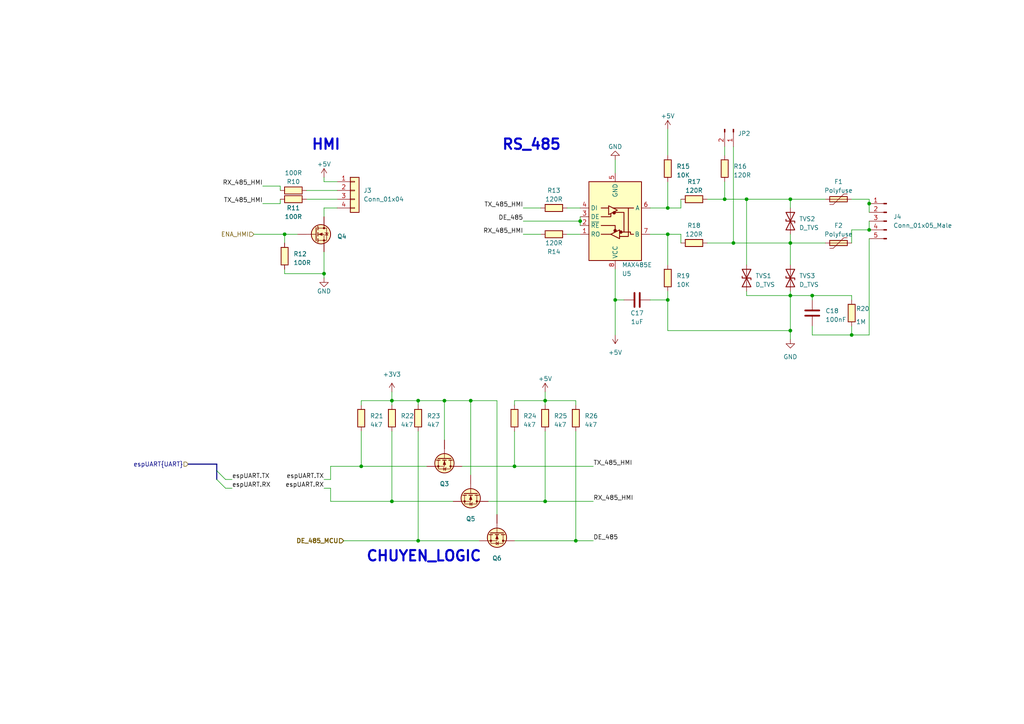
<source format=kicad_sch>
(kicad_sch (version 20230121) (generator eeschema)
  (paper "A4")
  (lib_symbols
    (symbol "IVS_SYMBOLS:C" (pin_numbers hide) (pin_names (offset 0.254))
      (property "Reference" "C" (at 0.635 2.54 0))
      (property "Value" "C" (at 0.635 -2.54 0))
      (symbol "C_0_1"
        (polyline (pts (xy -2.032 -0.762) (xy 2.032 -0.762)) (stroke (width 0.508)))
        (polyline (pts (xy -2.032 0.762) (xy 2.032 0.762)) (stroke (width 0.508)))
      )
      (symbol "C_1_1"
        (pin passive line (at 0 3.81 270) (length 2.794) (name "~") (number "1"))
        (pin passive line (at 0 -3.81 90) (length 2.794) (name "~") (number "2"))
      )
    )
    (symbol "IVS_SYMBOLS:Conn_01x02_Male" (pin_names (offset 1.016) hide)
      (property "Reference" "J" (at 0 2.54 0))
      (property "Value" "Conn_01x02_Male" (at 0 -5.08 0))
      (symbol "Conn_01x02_Male_1_1"
        (polyline (pts (xy 1.27 -2.54) (xy 0.8636 -2.54)) (stroke (width 0.1524)))
        (polyline (pts (xy 1.27 0) (xy 0.8636 0)) (stroke (width 0.1524)))
        (rectangle (start 0.8636 -2.413) (end 0 -2.667) (stroke (width 0.1524)) (fill (type outline)))
        (rectangle (start 0.8636 0.127) (end 0 -0.127) (stroke (width 0.1524)) (fill (type outline)))
        (pin passive line (at 5.08 0 180) (length 3.81) (name "Pin_1") (number "1"))
        (pin passive line (at 5.08 -2.54 180) (length 3.81) (name "Pin_2") (number "2"))
      )
    )
    (symbol "IVS_SYMBOLS:Conn_01x04" (pin_names (offset 1.016) hide)
      (property "Reference" "J" (at 0 5.08 0))
      (property "Value" "Conn_01x04" (at 0 -7.62 0))
      (symbol "Conn_01x04_1_1"
        (rectangle (start -1.27 -4.953) (end 0 -5.207) (stroke (width 0.1524)))
        (rectangle (start -1.27 -2.413) (end 0 -2.667) (stroke (width 0.1524)))
        (rectangle (start -1.27 0.127) (end 0 -0.127) (stroke (width 0.1524)))
        (rectangle (start -1.27 2.667) (end 0 2.413) (stroke (width 0.1524)))
        (rectangle (start -1.27 3.81) (end 1.27 -6.35) (stroke (width 0.254)) (fill (type background)))
        (pin passive line (at -5.08 2.54 0) (length 3.81) (name "Pin_1") (number "1"))
        (pin passive line (at -5.08 0 0) (length 3.81) (name "Pin_2") (number "2"))
        (pin passive line (at -5.08 -2.54 0) (length 3.81) (name "Pin_3") (number "3"))
        (pin passive line (at -5.08 -5.08 0) (length 3.81) (name "Pin_4") (number "4"))
      )
    )
    (symbol "IVS_SYMBOLS:Conn_01x05_Male" (pin_names (offset 1.016) hide)
      (property "Reference" "J" (at 0 7.62 0))
      (property "Value" "Conn_01x05_Male" (at 0 -7.62 0))
      (symbol "Conn_01x05_Male_1_1"
        (polyline (pts (xy 1.27 -5.08) (xy 0.8636 -5.08)) (stroke (width 0.1524)))
        (polyline (pts (xy 1.27 -2.54) (xy 0.8636 -2.54)) (stroke (width 0.1524)))
        (polyline (pts (xy 1.27 0) (xy 0.8636 0)) (stroke (width 0.1524)))
        (polyline (pts (xy 1.27 2.54) (xy 0.8636 2.54)) (stroke (width 0.1524)))
        (polyline (pts (xy 1.27 5.08) (xy 0.8636 5.08)) (stroke (width 0.1524)))
        (rectangle (start 0.8636 -4.953) (end 0 -5.207) (stroke (width 0.1524)) (fill (type outline)))
        (rectangle (start 0.8636 -2.413) (end 0 -2.667) (stroke (width 0.1524)) (fill (type outline)))
        (rectangle (start 0.8636 0.127) (end 0 -0.127) (stroke (width 0.1524)) (fill (type outline)))
        (rectangle (start 0.8636 2.667) (end 0 2.413) (stroke (width 0.1524)) (fill (type outline)))
        (rectangle (start 0.8636 5.207) (end 0 4.953) (stroke (width 0.1524)) (fill (type outline)))
        (pin passive line (at 5.08 5.08 180) (length 3.81) (name "Pin_1") (number "1"))
        (pin passive line (at 5.08 2.54 180) (length 3.81) (name "Pin_2") (number "2"))
        (pin passive line (at 5.08 0 180) (length 3.81) (name "Pin_3") (number "3"))
        (pin passive line (at 5.08 -2.54 180) (length 3.81) (name "Pin_4") (number "4"))
        (pin passive line (at 5.08 -5.08 180) (length 3.81) (name "Pin_5") (number "5"))
      )
    )
    (symbol "IVS_SYMBOLS:D_TVS" (pin_numbers hide) (pin_names (offset 1.016) hide)
      (property "Reference" "D" (at 0 2.54 0))
      (property "Value" "D_TVS" (at 0 -2.54 0))
      (symbol "D_TVS_0_1"
        (polyline (pts (xy 1.27 0) (xy -1.27 0)))
        (polyline (pts (xy 0.508 1.27) (xy 0 1.27) (xy 0 -1.27) (xy -0.508 -1.27)) (stroke (width 0.254)))
        (polyline (pts (xy -2.54 1.27) (xy -2.54 -1.27) (xy 2.54 1.27) (xy 2.54 -1.27) (xy -2.54 1.27)) (stroke (width 0.254)))
      )
      (symbol "D_TVS_1_1"
        (pin passive line (at -3.81 0 0) (length 2.54) (name "A1") (number "1"))
        (pin passive line (at 3.81 0 180) (length 2.54) (name "A2") (number "2"))
      )
    )
    (symbol "IVS_SYMBOLS:N_Mosfet" (pin_numbers hide) (pin_names hide)
      (property "Reference" "Q" (at 2.794 1.2192 0))
      (symbol "N_Mosfet_0_1"
        (circle (center -0.889 0) (radius 2.794) (stroke (width 0.254)) (fill (type background)))
        (circle (center 0 -1.778) (radius 0.254) (fill (type outline)))
        (polyline (pts (xy -2.286 0) (xy -5.08 0)))
        (polyline (pts (xy -2.286 1.905) (xy -2.286 -1.905)) (stroke (width 0.254)))
        (polyline (pts (xy -1.778 -1.27) (xy -1.778 -2.286)) (stroke (width 0.254)))
        (polyline (pts (xy -1.778 0.508) (xy -1.778 -0.508)) (stroke (width 0.254)))
        (polyline (pts (xy -1.778 2.286) (xy -1.778 1.27)) (stroke (width 0.254)))
        (polyline (pts (xy 0 2.54) (xy 0 1.778)))
        (polyline (pts (xy 0 -2.54) (xy 0 0) (xy -1.778 0)))
        (polyline (pts (xy -1.778 -1.778) (xy 0.762 -1.778) (xy 0.762 1.778) (xy -1.778 1.778)))
        (polyline (pts (xy -1.524 0) (xy -0.508 0.381) (xy -0.508 -0.381) (xy -1.524 0)) (fill (type outline)))
        (polyline (pts (xy 0.254 0.508) (xy 0.381 0.381) (xy 1.143 0.381) (xy 1.27 0.254)))
        (polyline (pts (xy 0.762 0.381) (xy 0.381 -0.254) (xy 1.143 -0.254) (xy 0.762 0.381)))
        (circle (center 0 1.778) (radius 0.254) (fill (type outline)))
      )
      (symbol "N_Mosfet_1_1"
        (pin input line (at -7.62 0 0) (length 2.54) (name "G") (number "1"))
        (pin passive line (at 0 -5.08 90) (length 2.54) (name "S") (number "2"))
        (pin passive line (at 0 5.08 270) (length 2.54) (name "D") (number "3"))
      )
    )
    (symbol "IVS_SYMBOLS:Polyfuse" (pin_numbers hide) (pin_names (offset 0))
      (property "Reference" "F" (at -2.54 0 90))
      (property "Value" "Polyfuse" (at 2.54 0 90))
      (symbol "Polyfuse_0_1"
        (polyline (pts (xy 0 2.54) (xy 0 -2.54)))
        (polyline (pts (xy -1.524 2.54) (xy -1.524 1.524) (xy 1.524 -1.524) (xy 1.524 -2.54)))
      )
      (symbol "Polyfuse_1_1"
        (rectangle (start -0.762 2.54) (end 0.762 -2.54) (stroke (width 0.254)) (fill (type background)))
        (pin passive line (at 0 3.81 270) (length 1.27) (name "~") (number "1"))
        (pin passive line (at 0 -3.81 90) (length 1.27) (name "~") (number "2"))
      )
    )
    (symbol "IVS_SYMBOLS:R" (pin_numbers hide) (pin_names (offset 0))
      (property "Reference" "R" (at 2.032 0 90))
      (property "Value" "R" (at 0 0 90))
      (symbol "R_1_1"
        (rectangle (start -1.016 2.54) (end 1.016 -2.54) (stroke (width 0.254)) (fill (type background)))
        (pin passive line (at 0 3.81 270) (length 1.27) (name "~") (number "1"))
        (pin passive line (at 0 -3.81 90) (length 1.27) (name "~") (number "2"))
      )
    )
    (symbol "Interface_UART:MAX485E"
      (property "Reference" "U" (at -6.096 11.43 0))
      (property "Value" "MAX485E" (at 0.762 11.43 0))
      (symbol "MAX485E_0_1"
        (rectangle (start -7.62 10.16) (end 7.62 -12.7) (stroke (width 0.254)) (fill (type background)))
        (circle (center -0.3048 -3.683) (radius 0.3556) (stroke (width 0.254)) (fill (type outline)))
        (circle (center -0.0254 1.4986) (radius 0.3556) (stroke (width 0.254)) (fill (type outline)))
        (polyline (pts (xy -4.064 -5.08) (xy -1.905 -5.08)) (stroke (width 0.254)))
        (polyline (pts (xy -4.064 2.54) (xy -1.27 2.54)) (stroke (width 0.254)))
        (polyline (pts (xy -1.27 -3.2004) (xy -1.27 -3.4544)) (stroke (width 0.254)))
        (polyline (pts (xy -0.635 -5.08) (xy 5.334 -5.08)) (stroke (width 0.254)))
        (polyline (pts (xy -4.064 -2.54) (xy -1.27 -2.54) (xy -1.27 -3.175)) (stroke (width 0.254)))
        (polyline (pts (xy 0 1.27) (xy 0 0) (xy -4.064 0)) (stroke (width 0.254)))
        (polyline (pts (xy 1.27 3.175) (xy 3.81 3.175) (xy 3.81 -5.08)) (stroke (width 0.254)))
        (polyline (pts (xy 2.54 1.905) (xy 2.54 -3.81) (xy 0 -3.81)) (stroke (width 0.254)))
        (polyline (pts (xy -1.905 -3.175) (xy -1.905 -5.715) (xy 0.635 -4.445) (xy -1.905 -3.175)) (stroke (width 0.254)))
        (polyline (pts (xy -1.27 2.54) (xy 1.27 3.81) (xy 1.27 1.27) (xy -1.27 2.54)) (stroke (width 0.254)))
        (polyline (pts (xy 1.905 1.905) (xy 4.445 1.905) (xy 4.445 2.54) (xy 5.334 2.54)) (stroke (width 0.254)))
        (rectangle (start 1.27 3.175) (end 1.27 3.175))
        (circle (center 1.651 1.905) (radius 0.3556) (stroke (width 0.254)) (fill (type outline)))
      )
      (symbol "MAX485E_1_1"
        (pin output line (at -10.16 2.54 0) (length 2.54) (name "RO") (number "1"))
        (pin input line (at -10.16 0 0) (length 2.54) (name "~{RE}") (number "2"))
        (pin input line (at -10.16 -2.54 0) (length 2.54) (name "DE") (number "3"))
        (pin input line (at -10.16 -5.08 0) (length 2.54) (name "DI") (number "4"))
        (pin power_in line (at 0 -15.24 90) (length 2.54) (name "GND") (number "5"))
        (pin bidirectional line (at 10.16 -5.08 180) (length 2.54) (name "A") (number "6"))
        (pin bidirectional line (at 10.16 2.54 180) (length 2.54) (name "B") (number "7"))
        (pin power_in line (at 0 12.7 270) (length 2.54) (name "VCC") (number "8"))
      )
    )
    (symbol "power:+3V3" (power) (pin_names (offset 0))
      (property "Value" "+3V3" (at 0 3.556 0))
      (symbol "+3V3_0_1"
        (polyline (pts (xy -0.762 1.27) (xy 0 2.54)))
        (polyline (pts (xy 0 0) (xy 0 2.54)))
        (polyline (pts (xy 0 2.54) (xy 0.762 1.27)))
      )
      (symbol "+3V3_1_1"
        (pin power_in line (at 0 0 90) (length 0) hide (name "+3V3") (number "1"))
      )
    )
    (symbol "power:+5V" (power) (pin_names (offset 0))
      (property "Value" "+5V" (at 0 3.556 0))
      (symbol "+5V_0_1"
        (polyline (pts (xy -0.762 1.27) (xy 0 2.54)))
        (polyline (pts (xy 0 0) (xy 0 2.54)))
        (polyline (pts (xy 0 2.54) (xy 0.762 1.27)))
      )
      (symbol "+5V_1_1"
        (pin power_in line (at 0 0 90) (length 0) hide (name "+5V") (number "1"))
      )
    )
    (symbol "power:GND" (power) (pin_names (offset 0))
      (property "Value" "GND" (at 0 -3.81 0))
      (symbol "GND_0_1"
        (polyline (pts (xy 0 0) (xy 0 -1.27) (xy 1.27 -1.27) (xy 0 -2.54) (xy -1.27 -1.27) (xy 0 -1.27)))
      )
      (symbol "GND_1_1"
        (pin power_in line (at 0 0 270) (length 0) hide (name "GND") (number "1"))
      )
    )
  )
  (junction (at 178.435 86.995))
  (junction (at 247.015 97.155))
  (junction (at 121.285 156.845))
  (junction (at 158.115 145.415))
  (junction (at 252.095 66.675))
  (junction (at 121.285 116.205))
  (junction (at 235.585 85.725))
  (junction (at 82.55 67.945))
  (junction (at 104.775 135.255))
  (junction (at 149.225 135.255))
  (junction (at 229.235 95.885))
  (junction (at 229.235 85.725))
  (junction (at 229.235 57.785))
  (junction (at 113.665 116.205))
  (junction (at 216.535 57.785))
  (junction (at 158.115 116.205))
  (junction (at 113.665 145.415))
  (junction (at 136.525 116.205))
  (junction (at 168.275 64.135))
  (junction (at 210.185 57.785))
  (junction (at 229.235 70.485))
  (junction (at 167.005 156.845))
  (junction (at 212.725 70.485))
  (junction (at 193.675 67.945))
  (junction (at 93.98 79.375))
  (junction (at 193.675 60.325))
  (junction (at 252.095 59.055))
  (junction (at 193.675 86.995))
  (junction (at 128.905 116.205))
  (bus_entry (at 65.405 139.065) (size -2.54 -2.54))
  (bus_entry (at 65.405 141.605) (size -2.54 -2.54))
  (wire (pts (xy 216.535 85.725) (xy 229.235 85.725)))
  (wire (pts (xy 104.775 116.205) (xy 104.775 117.475)))
  (wire (pts (xy 193.675 60.325) (xy 197.485 60.325)))
  (wire (pts (xy 95.885 145.415) (xy 95.885 141.605)))
  (wire (pts (xy 229.235 95.885) (xy 229.235 98.425)))
  (wire (pts (xy 167.005 156.845) (xy 172.085 156.845)))
  (wire (pts (xy 193.675 52.705) (xy 193.675 60.325)))
  (wire (pts (xy 76.2 59.055) (xy 81.28 59.055)))
  (wire (pts (xy 149.225 156.845) (xy 167.005 156.845)))
  (wire (pts (xy 235.585 97.155) (xy 247.015 97.155)))
  (wire (pts (xy 193.675 86.995) (xy 193.675 95.885)))
  (wire (pts (xy 95.885 135.255) (xy 104.775 135.255)))
  (wire (pts (xy 247.015 57.785) (xy 252.095 57.785)))
  (wire (pts (xy 178.435 86.995) (xy 178.435 97.155)))
  (wire (pts (xy 235.585 85.725) (xy 229.235 85.725)))
  (wire (pts (xy 216.535 84.455) (xy 216.535 85.725)))
  (wire (pts (xy 121.285 156.845) (xy 139.065 156.845)))
  (wire (pts (xy 229.235 67.945) (xy 229.235 70.485)))
  (wire (pts (xy 88.9 57.785) (xy 97.79 57.785)))
  (wire (pts (xy 188.595 60.325) (xy 193.675 60.325)))
  (wire (pts (xy 197.485 60.325) (xy 197.485 57.785)))
  (wire (pts (xy 136.525 116.205) (xy 144.145 116.205)))
  (wire (pts (xy 247.015 86.995) (xy 247.015 85.725)))
  (wire (pts (xy 197.485 67.945) (xy 197.485 70.485)))
  (wire (pts (xy 229.235 57.785) (xy 239.395 57.785)))
  (wire (pts (xy 229.235 85.725) (xy 229.235 95.885)))
  (wire (pts (xy 247.015 97.155) (xy 247.015 94.615)))
  (wire (pts (xy 229.235 84.455) (xy 229.235 85.725)))
  (wire (pts (xy 168.275 62.865) (xy 168.275 64.135)))
  (wire (pts (xy 252.095 57.785) (xy 252.095 59.055)))
  (wire (pts (xy 149.225 135.255) (xy 149.225 125.095)))
  (wire (pts (xy 113.665 116.205) (xy 121.285 116.205)))
  (wire (pts (xy 247.015 85.725) (xy 235.585 85.725)))
  (wire (pts (xy 95.885 145.415) (xy 113.665 145.415)))
  (wire (pts (xy 93.98 52.705) (xy 97.79 52.705)))
  (wire (pts (xy 158.115 116.205) (xy 158.115 113.665)))
  (wire (pts (xy 97.79 60.325) (xy 93.98 60.325)))
  (wire (pts (xy 193.675 67.945) (xy 193.675 76.835)))
  (wire (pts (xy 128.905 116.205) (xy 136.525 116.205)))
  (wire (pts (xy 210.185 52.705) (xy 210.185 57.785)))
  (wire (pts (xy 229.235 57.785) (xy 229.235 60.325)))
  (wire (pts (xy 104.775 125.095) (xy 104.775 135.255)))
  (wire (pts (xy 93.98 51.435) (xy 93.98 52.705)))
  (wire (pts (xy 167.005 156.845) (xy 167.005 125.095)))
  (wire (pts (xy 82.55 78.105) (xy 82.55 79.375)))
  (wire (pts (xy 164.465 60.325) (xy 168.275 60.325)))
  (wire (pts (xy 81.28 53.975) (xy 81.28 55.245)))
  (wire (pts (xy 113.665 116.205) (xy 113.665 117.475)))
  (wire (pts (xy 67.31 139.065) (xy 65.405 139.065)))
  (wire (pts (xy 73.66 67.945) (xy 82.55 67.945)))
  (wire (pts (xy 178.435 78.105) (xy 178.435 86.995)))
  (wire (pts (xy 93.98 73.025) (xy 93.98 79.375)))
  (wire (pts (xy 121.285 125.095) (xy 121.285 156.845)))
  (bus (pts (xy 62.865 136.525) (xy 62.865 139.065)))
  (wire (pts (xy 86.36 67.945) (xy 82.55 67.945)))
  (wire (pts (xy 136.525 116.205) (xy 136.525 137.795)))
  (wire (pts (xy 67.31 141.605) (xy 65.405 141.605)))
  (wire (pts (xy 158.115 145.415) (xy 158.115 125.095)))
  (wire (pts (xy 93.98 60.325) (xy 93.98 62.865)))
  (wire (pts (xy 252.095 69.215) (xy 252.095 97.155)))
  (wire (pts (xy 252.095 59.055) (xy 252.095 61.595)))
  (wire (pts (xy 235.585 85.725) (xy 235.585 86.995)))
  (wire (pts (xy 167.005 116.205) (xy 167.005 117.475)))
  (wire (pts (xy 205.105 57.785) (xy 210.185 57.785)))
  (wire (pts (xy 188.595 67.945) (xy 193.675 67.945)))
  (wire (pts (xy 210.185 57.785) (xy 216.535 57.785)))
  (wire (pts (xy 93.98 80.645) (xy 93.98 79.375)))
  (wire (pts (xy 88.9 55.245) (xy 97.79 55.245)))
  (wire (pts (xy 141.605 145.415) (xy 158.115 145.415)))
  (wire (pts (xy 113.665 113.665) (xy 113.665 116.205)))
  (wire (pts (xy 82.55 79.375) (xy 93.98 79.375)))
  (wire (pts (xy 151.765 64.135) (xy 168.275 64.135)))
  (wire (pts (xy 104.775 135.255) (xy 123.825 135.255)))
  (wire (pts (xy 158.115 145.415) (xy 172.085 145.415)))
  (wire (pts (xy 178.435 46.355) (xy 178.435 50.165)))
  (wire (pts (xy 149.225 135.255) (xy 172.085 135.255)))
  (wire (pts (xy 151.765 67.945) (xy 156.845 67.945)))
  (wire (pts (xy 149.225 116.205) (xy 149.225 117.475)))
  (wire (pts (xy 229.235 70.485) (xy 229.235 76.835)))
  (wire (pts (xy 113.665 145.415) (xy 131.445 145.415)))
  (wire (pts (xy 168.275 64.135) (xy 168.275 65.405)))
  (wire (pts (xy 113.665 116.205) (xy 104.775 116.205)))
  (wire (pts (xy 95.885 135.255) (xy 95.885 139.065)))
  (wire (pts (xy 121.285 116.205) (xy 128.905 116.205)))
  (wire (pts (xy 205.105 70.485) (xy 212.725 70.485)))
  (wire (pts (xy 99.695 156.845) (xy 121.285 156.845)))
  (wire (pts (xy 252.095 66.675) (xy 247.015 66.675)))
  (wire (pts (xy 128.905 116.205) (xy 128.905 127.635)))
  (wire (pts (xy 193.675 84.455) (xy 193.675 86.995)))
  (wire (pts (xy 216.535 57.785) (xy 216.535 76.835)))
  (wire (pts (xy 133.985 135.255) (xy 149.225 135.255)))
  (wire (pts (xy 95.885 139.065) (xy 93.98 139.065)))
  (wire (pts (xy 247.015 97.155) (xy 252.095 97.155)))
  (wire (pts (xy 158.115 116.205) (xy 149.225 116.205)))
  (wire (pts (xy 151.765 60.325) (xy 156.845 60.325)))
  (wire (pts (xy 212.725 70.485) (xy 229.235 70.485)))
  (wire (pts (xy 95.885 141.605) (xy 93.98 141.605)))
  (wire (pts (xy 247.015 66.675) (xy 247.015 70.485)))
  (wire (pts (xy 158.115 116.205) (xy 167.005 116.205)))
  (wire (pts (xy 180.975 86.995) (xy 178.435 86.995)))
  (wire (pts (xy 252.095 64.135) (xy 252.095 66.675)))
  (wire (pts (xy 188.595 86.995) (xy 193.675 86.995)))
  (wire (pts (xy 144.145 149.225) (xy 144.145 116.205)))
  (wire (pts (xy 193.675 95.885) (xy 229.235 95.885)))
  (wire (pts (xy 193.675 37.465) (xy 193.675 45.085)))
  (wire (pts (xy 235.585 94.615) (xy 235.585 97.155)))
  (wire (pts (xy 121.285 116.205) (xy 121.285 117.475)))
  (bus (pts (xy 62.865 134.62) (xy 62.865 136.525)))
  (wire (pts (xy 210.185 42.545) (xy 210.185 45.085)))
  (wire (pts (xy 193.675 67.945) (xy 197.485 67.945)))
  (wire (pts (xy 158.115 116.205) (xy 158.115 117.475)))
  (wire (pts (xy 164.465 67.945) (xy 168.275 67.945)))
  (wire (pts (xy 113.665 125.095) (xy 113.665 145.415)))
  (bus (pts (xy 62.865 134.62) (xy 54.61 134.62)))
  (wire (pts (xy 81.28 57.785) (xy 81.28 59.055)))
  (wire (pts (xy 76.2 53.975) (xy 81.28 53.975)))
  (wire (pts (xy 229.235 70.485) (xy 239.395 70.485)))
  (wire (pts (xy 216.535 57.785) (xy 229.235 57.785)))
  (wire (pts (xy 82.55 67.945) (xy 82.55 70.485)))
  (wire (pts (xy 212.725 42.545) (xy 212.725 70.485)))
  (text "CHUYEN_LOGIC" (at 106.045 163.195 0) (effects (font (size 3 3) bold) (justify left bottom)))
  (text "HMI" (at 90.17 43.815 0) (effects (font (size 3 3) (thickness 0.6) bold) (justify left bottom)))
  (text "RS_485" (at 145.415 43.815 0) (effects (font (size 3 3) (thickness 0.6) bold) (justify left bottom)))
  (label "TX_485_HMI" (at 172.085 135.255 0))
  (label "RX_485_HMI" (at 151.765 67.945 180))
  (label "RX_485_HMI" (at 172.085 145.415 0))
  (label "DE_485" (at 151.765 64.135 180))
  (label "TX_485_HMI" (at 76.2 59.055 180))
  (label "espUART.RX" (at 67.31 141.605 0))
  (label "espUART.TX" (at 67.31 139.065 0))
  (label "espUART.TX" (at 93.98 139.065 180))
  (label "TX_485_HMI" (at 151.765 60.325 180))
  (label "espUART.RX" (at 93.98 141.605 180))
  (label "RX_485_HMI" (at 76.2 53.975 180))
  (label "DE_485" (at 172.085 156.845 0))
  (hierarchical_label "DE_485_MCU" (shape input) (at 99.695 156.845 180) (effects (font bold)))
  (hierarchical_label "ENA_HMI" (shape input) (at 73.66 67.945 180))
  (hierarchical_label "espUART{UART}" (shape input) (at 54.61 134.62 180))
  (symbol (lib_id "IVS_SYMBOLS:C") (at 184.785 86.995 90) (unit 1)
    (property "Reference" "C17" (at 184.785 90.805 90))
    (property "Value" "1uF" (at 184.785 93.345 90))
    (property "Footprint" "IVS_FOOTPRINTS:C_0603" (effects hide))
    (instances (project "KingPump" (path "" (reference "C17") (unit 1))) (project "MayLuuDong" (path "" (reference "C1") (unit 1))))
  )
  (symbol (lib_id "IVS_SYMBOLS:R") (at 247.015 90.805 0) (unit 1)
    (property "Reference" "R20" (at 248.285 89.535 0) (effects (justify left)))
    (property "Value" "1M" (at 248.285 93.345 0) (effects (justify left)))
    (property "Footprint" "IVS_FOOTPRINTS:R_0603" (effects hide))
    (instances (project "KingPump" (path "" (reference "R20") (unit 1))) (project "MayLuuDong" (path "" (reference "R16") (unit 1))))
  )
  (symbol (lib_id "IVS_SYMBOLS:N_Mosfet") (at 136.525 145.415 270) (unit 1)
    (property "Reference" "Q5" (at 136.525 150.495 90))
    (property "Value" "N_Mosfet" (effects hide))
    (property "Footprint" "IVS_FOOTPRINTS:SOT23-3" (effects hide))
    (property "Datasheet" "https://www.onsemi.com/pub/Collateral/BSS138-D.PDF" (effects hide))
    (instances (project "KingPump" (path "" (reference "Q5") (unit 1))) (project "MayLuuDong" (path "" (reference "Q3") (unit 1))))
  )
  (symbol (lib_id "IVS_SYMBOLS:R") (at 85.09 55.245 90) (unit 1)
    (property "Reference" "R10" (at 85.09 52.705 90))
    (property "Value" "100R" (at 85.09 50.165 90))
    (property "Footprint" "IVS_FOOTPRINTS:R_0603" (effects hide))
    (instances (project "KingPump" (path "" (reference "R10") (unit 1))) (project "MayLuuDong" (path "" (reference "R3") (unit 1))))
  )
  (symbol (lib_id "IVS_SYMBOLS:D_TVS") (at 229.235 80.645 90) (unit 1)
    (property "Reference" "TVS3" (at 231.775 80.01 90) (effects (justify right)))
    (property "Value" "D_TVS" (at 231.775 82.55 90) (effects (justify right)))
    (property "Footprint" "IVS_FOOTPRINTS:D_SMA" (effects hide))
  )
  (symbol (lib_id "IVS_SYMBOLS:R") (at 167.005 121.285 0) (unit 1)
    (property "Reference" "R26" (at 169.545 120.65 0) (effects (justify left)))
    (property "Value" "4k7" (at 169.545 123.19 0) (effects (justify left)))
    (property "Footprint" "IVS_FOOTPRINTS:R_0603" (effects hide))
    (instances (project "KingPump" (path "" (reference "R26") (unit 1))) (project "MayLuuDong" (path "" (reference "R41") (unit 1))))
  )
  (symbol (lib_id "IVS_SYMBOLS:C") (at 235.585 90.805 0) (unit 1)
    (property "Reference" "C18" (at 239.395 90.17 0) (effects (justify left)))
    (property "Value" "100nF" (at 239.395 92.71 0) (effects (justify left)))
    (property "Footprint" "IVS_FOOTPRINTS:C_0603" (effects hide))
    (instances (project "KingPump" (path "" (reference "C18") (unit 1))) (project "MayLuuDong" (path "" (reference "C2") (unit 1))))
  )
  (symbol (lib_id "power:+5V") (at 193.675 37.465 0) (unit 1)
    (property "Reference" "#PWR034" (effects hide))
    (property "Value" "+5V" (at 193.675 33.655 0))
    (instances (project "KingPump" (path "" (reference "#PWR034") (unit 1))) (project "MayLuuDong" (path "" (reference "#PWR037") (unit 1))))
  )
  (symbol (lib_id "power:+5V") (at 93.98 51.435 0) (unit 1)
    (property "Reference" "#PWR027" (effects hide))
    (property "Value" "+5V" (at 93.98 47.625 0))
    (instances (project "KingPump" (path "" (reference "#PWR027") (unit 1))) (project "MayLuuDong" (path "" (reference "#PWR033") (unit 1))))
  )
  (symbol (lib_id "IVS_SYMBOLS:R") (at 121.285 121.285 0) (unit 1)
    (property "Reference" "R23" (at 123.825 120.65 0) (effects (justify left)))
    (property "Value" "4k7" (at 123.825 123.19 0) (effects (justify left)))
    (property "Footprint" "IVS_FOOTPRINTS:R_0603" (effects hide))
    (instances (project "KingPump" (path "" (reference "R23") (unit 1))) (project "MayLuuDong" (path "" (reference "R38") (unit 1))))
  )
  (symbol (lib_id "power:GND") (at 93.98 80.645 0) (unit 1)
    (property "Reference" "#PWR028" (effects hide))
    (property "Value" "GND" (at 93.98 84.455 0))
    (instances (project "KingPump" (path "" (reference "#PWR028") (unit 1))) (project "MayLuuDong" (path "" (reference "#PWR034") (unit 1))))
  )
  (symbol (lib_id "IVS_SYMBOLS:R") (at 158.115 121.285 0) (unit 1)
    (property "Reference" "R25" (at 160.655 120.65 0) (effects (justify left)))
    (property "Value" "4k7" (at 160.655 123.19 0) (effects (justify left)))
    (property "Footprint" "IVS_FOOTPRINTS:R_0603" (effects hide))
    (instances (project "KingPump" (path "" (reference "R25") (unit 1))) (project "MayLuuDong" (path "" (reference "R40") (unit 1))))
  )
  (symbol (lib_id "IVS_SYMBOLS:R") (at 104.775 121.285 0) (unit 1)
    (property "Reference" "R21" (at 107.315 120.65 0) (effects (justify left)))
    (property "Value" "4k7" (at 107.315 123.19 0) (effects (justify left)))
    (property "Footprint" "IVS_FOOTPRINTS:R_0603" (effects hide))
    (instances (project "KingPump" (path "" (reference "R21") (unit 1))) (project "MayLuuDong" (path "" (reference "R36") (unit 1))))
  )
  (symbol (lib_id "IVS_SYMBOLS:R") (at 149.225 121.285 0) (unit 1)
    (property "Reference" "R24" (at 151.765 120.65 0) (effects (justify left)))
    (property "Value" "4k7" (at 151.765 123.19 0) (effects (justify left)))
    (property "Footprint" "IVS_FOOTPRINTS:R_0603" (effects hide))
    (instances (project "KingPump" (path "" (reference "R24") (unit 1))) (project "MayLuuDong" (path "" (reference "R39") (unit 1))))
  )
  (symbol (lib_id "IVS_SYMBOLS:Polyfuse") (at 243.205 70.485 90) (unit 1)
    (property "Reference" "F2" (at 243.205 65.405 90))
    (property "Value" "Polyfuse" (at 243.205 67.945 90))
    (property "Footprint" "IVS_FOOTPRINTS:Fuse_1812_4532Metric" (effects hide))
  )
  (symbol (lib_id "IVS_SYMBOLS:N_Mosfet") (at 144.145 156.845 270) (unit 1)
    (property "Reference" "Q6" (at 144.145 161.925 90))
    (property "Value" "N_Mosfet" (effects hide))
    (property "Footprint" "IVS_FOOTPRINTS:SOT23-3" (effects hide))
    (property "Datasheet" "https://www.onsemi.com/pub/Collateral/BSS138-D.PDF" (effects hide))
    (instances (project "KingPump" (path "" (reference "Q6") (unit 1))) (project "MayLuuDong" (path "" (reference "Q4") (unit 1))))
  )
  (symbol (lib_id "power:GND") (at 229.235 98.425 0) (unit 1)
    (property "Reference" "#PWR035" (effects hide))
    (property "Value" "GND" (at 229.235 103.505 0))
    (instances (project "KingPump" (path "" (reference "#PWR035") (unit 1))) (project "MayLuuDong" (path "" (reference "#PWR040") (unit 1))))
  )
  (symbol (lib_id "power:+5V") (at 178.435 97.155 180) (unit 1)
    (property "Reference" "#PWR033" (effects hide))
    (property "Value" "+5V" (at 178.435 102.235 0))
    (instances (project "KingPump" (path "" (reference "#PWR033") (unit 1))) (project "MayLuuDong" (path "" (reference "#PWR039") (unit 1))))
  )
  (symbol (lib_id "IVS_SYMBOLS:Conn_01x05_Male") (at 257.175 64.135 0) (mirror y) (unit 1)
    (property "Reference" "J4" (at 259.08 62.865 0) (effects (justify right)))
    (property "Value" "Conn_01x05_Male" (at 259.08 65.405 0) (effects (justify right)))
    (property "Footprint" "Conn_XH-P2.54-5P:Conn_XH-P2.54mm-5P" (effects hide))
  )
  (symbol (lib_id "IVS_SYMBOLS:R") (at 160.655 60.325 90) (unit 1)
    (property "Reference" "R13" (at 160.655 55.245 90))
    (property "Value" "120R" (at 160.655 57.785 90))
    (property "Footprint" "IVS_FOOTPRINTS:R_0603" (effects hide))
    (instances (project "KingPump" (path "" (reference "R13") (unit 1))) (project "MayLuuDong" (path "" (reference "R9") (unit 1))))
  )
  (symbol (lib_id "IVS_SYMBOLS:R") (at 193.675 48.895 0) (unit 1)
    (property "Reference" "R15" (at 196.215 48.26 0) (effects (justify left)))
    (property "Value" "10K" (at 196.215 50.8 0) (effects (justify left)))
    (property "Footprint" "IVS_FOOTPRINTS:R_0603" (effects hide))
    (instances (project "KingPump" (path "" (reference "R15") (unit 1))) (project "MayLuuDong" (path "" (reference "R11") (unit 1))))
  )
  (symbol (lib_id "IVS_SYMBOLS:R") (at 201.295 57.785 90) (unit 1)
    (property "Reference" "R17" (at 201.295 52.705 90))
    (property "Value" "120R" (at 201.295 55.245 90))
    (property "Footprint" "IVS_FOOTPRINTS:R_0603" (effects hide))
    (instances (project "KingPump" (path "" (reference "R17") (unit 1))) (project "MayLuuDong" (path "" (reference "R13") (unit 1))))
  )
  (symbol (lib_id "IVS_SYMBOLS:Conn_01x02_Male") (at 212.725 37.465 270) (unit 1)
    (property "Reference" "JP2" (at 213.995 38.735 90) (effects (justify left)))
    (property "Value" "Conn_01x02_Male" (effects hide))
    (property "Footprint" "Jumper:SolderJumper-2_P1.3mm_Open_RoundedPad1.0x1.5mm" (effects hide))
    (instances (project "KingPump" (path "" (reference "JP2") (unit 1))) (project "MayLuuDong" (path "" (reference "J8") (unit 1))))
  )
  (symbol (lib_id "IVS_SYMBOLS:R") (at 113.665 121.285 0) (unit 1)
    (property "Reference" "R22" (at 116.205 120.65 0) (effects (justify left)))
    (property "Value" "4k7" (at 116.205 123.19 0) (effects (justify left)))
    (property "Footprint" "IVS_FOOTPRINTS:R_0603" (effects hide))
    (instances (project "KingPump" (path "" (reference "R22") (unit 1))) (project "MayLuuDong" (path "" (reference "R37") (unit 1))))
  )
  (symbol (lib_id "IVS_SYMBOLS:R") (at 210.185 48.895 180) (unit 1)
    (property "Reference" "R16" (at 212.725 48.26 0) (effects (justify right)))
    (property "Value" "120R" (at 212.725 50.8 0) (effects (justify right)))
    (property "Footprint" "IVS_FOOTPRINTS:R_0603" (effects hide))
    (instances (project "KingPump" (path "" (reference "R16") (unit 1))) (project "MayLuuDong" (path "" (reference "R15") (unit 1))))
  )
  (symbol (lib_id "IVS_SYMBOLS:D_TVS") (at 229.235 64.135 90) (unit 1)
    (property "Reference" "TVS2" (at 231.775 63.5 90) (effects (justify right)))
    (property "Value" "D_TVS" (at 231.775 66.04 90) (effects (justify right)))
    (property "Footprint" "IVS_FOOTPRINTS:D_SMA" (effects hide))
    (instances (project "KingPump" (path "" (reference "TVS2") (unit 1))) (project "MayLuuDong" (path "" (reference "TVS1") (unit 1))))
  )
  (symbol (lib_id "IVS_SYMBOLS:R") (at 82.55 74.295 180) (unit 1)
    (property "Reference" "R12" (at 85.09 73.66 0) (effects (justify right)))
    (property "Value" "100R" (at 85.09 76.2 0) (effects (justify right)))
    (property "Footprint" "IVS_FOOTPRINTS:R_0603" (effects hide))
    (instances (project "KingPump" (path "" (reference "R12") (unit 1))) (project "MayLuuDong" (path "" (reference "R6") (unit 1))))
  )
  (symbol (lib_id "IVS_SYMBOLS:N_Mosfet") (at 93.98 67.945 0) (unit 1)
    (property "Reference" "Q4" (at 97.79 68.58 0) (effects (justify left)))
    (property "Value" "N_Mosfet" (effects hide))
    (property "Footprint" "IVS_FOOTPRINTS:SOT23-3" (effects hide))
    (property "Datasheet" "https://www.onsemi.com/pub/Collateral/BSS138-D.PDF" (effects hide))
    (instances (project "KingPump" (path "" (reference "Q4") (unit 1))) (project "MayLuuDong" (path "" (reference "Q5") (unit 1))))
  )
  (symbol (lib_id "IVS_SYMBOLS:N_Mosfet") (at 128.905 135.255 270) (unit 1)
    (property "Reference" "Q3" (at 128.905 140.335 90))
    (property "Value" "N_Mosfet" (effects hide))
    (property "Footprint" "IVS_FOOTPRINTS:SOT23-3" (effects hide))
    (property "Datasheet" "https://www.onsemi.com/pub/Collateral/BSS138-D.PDF" (effects hide))
    (instances (project "KingPump" (path "" (reference "Q3") (unit 1))) (project "MayLuuDong" (path "" (reference "Q2") (unit 1))))
  )
  (symbol (lib_id "power:GND") (at 178.435 46.355 180) (unit 1)
    (property "Reference" "#PWR032" (effects hide))
    (property "Value" "GND" (at 178.435 42.545 0))
    (instances (project "KingPump" (path "" (reference "#PWR032") (unit 1))) (project "MayLuuDong" (path "" (reference "#PWR038") (unit 1))))
  )
  (symbol (lib_id "IVS_SYMBOLS:R") (at 85.09 57.785 90) (unit 1)
    (property "Reference" "R11" (at 85.09 60.325 90))
    (property "Value" "100R" (at 85.09 62.865 90))
    (property "Footprint" "IVS_FOOTPRINTS:R_0603" (effects hide))
    (instances (project "KingPump" (path "" (reference "R11") (unit 1))) (project "MayLuuDong" (path "" (reference "R4") (unit 1))))
  )
  (symbol (lib_id "IVS_SYMBOLS:R") (at 201.295 70.485 90) (unit 1)
    (property "Reference" "R18" (at 201.295 65.405 90))
    (property "Value" "120R" (at 201.295 67.945 90))
    (property "Footprint" "IVS_FOOTPRINTS:R_0603" (effects hide))
    (instances (project "KingPump" (path "" (reference "R18") (unit 1))) (project "MayLuuDong" (path "" (reference "R14") (unit 1))))
  )
  (symbol (lib_id "Interface_UART:MAX485E") (at 178.435 65.405 0) (mirror x) (unit 1)
    (property "Reference" "U5" (at 180.3909 79.375 0) (effects (justify left)))
    (property "Value" "MAX485E" (at 180.3909 76.835 0) (effects (justify left)))
    (property "Footprint" "IVS_FOOTPRINTS:SOIC-8_3.9x4.9mm_P1.27mm" (effects hide))
    (property "Datasheet" "https://datasheets.maximintegrated.com/en/ds/MAX1487E-MAX491E.pdf" (effects hide))
    (instances (project "KingPump" (path "" (reference "U5") (unit 1))) (project "MayLuuDong" (path "" (reference "U6") (unit 1))))
  )
  (symbol (lib_id "IVS_SYMBOLS:Conn_01x04") (at 102.87 55.245 0) (unit 1)
    (property "Reference" "J3" (at 105.41 55.245 0) (effects (justify left)))
    (property "Value" "Conn_01x04" (at 105.41 57.785 0) (effects (justify left)))
    (property "Footprint" "IVS_FOOTPRINTS:Conn_XH-P2.54mm-4P" (effects hide))
  )
  (symbol (lib_id "IVS_SYMBOLS:D_TVS") (at 216.535 80.645 90) (unit 1)
    (property "Reference" "TVS1" (at 219.075 80.01 90) (effects (justify right)))
    (property "Value" "D_TVS" (at 219.075 82.55 90) (effects (justify right)))
    (property "Footprint" "IVS_FOOTPRINTS:D_SMA" (effects hide))
    (instances (project "KingPump" (path "" (reference "TVS1") (unit 1))) (project "MayLuuDong" (path "" (reference "TVS2") (unit 1))))
  )
  (symbol (lib_id "IVS_SYMBOLS:Polyfuse") (at 243.205 57.785 90) (unit 1)
    (property "Reference" "F1" (at 243.205 52.705 90))
    (property "Value" "Polyfuse" (at 243.205 55.245 90))
    (property "Footprint" "IVS_FOOTPRINTS:Fuse_1812_4532Metric" (effects hide))
  )
  (symbol (lib_id "IVS_SYMBOLS:R") (at 160.655 67.945 90) (unit 1)
    (property "Reference" "R14" (at 160.655 73.025 90))
    (property "Value" "120R" (at 160.655 70.485 90))
    (property "Footprint" "IVS_FOOTPRINTS:R_0603" (effects hide))
    (instances (project "KingPump" (path "" (reference "R14") (unit 1))) (project "MayLuuDong" (path "" (reference "R10") (unit 1))))
  )
  (symbol (lib_id "power:+3V3") (at 113.665 113.665 0) (unit 1)
    (property "Reference" "#PWR017" (effects hide))
    (property "Value" "+3V3" (at 113.665 108.585 0))
  )
  (symbol (lib_id "IVS_SYMBOLS:R") (at 193.675 80.645 180) (unit 1)
    (property "Reference" "R19" (at 196.215 80.01 0) (effects (justify right)))
    (property "Value" "10K" (at 196.215 82.55 0) (effects (justify right)))
    (property "Footprint" "IVS_FOOTPRINTS:R_0603" (effects hide))
    (instances (project "KingPump" (path "" (reference "R19") (unit 1))) (project "MayLuuDong" (path "" (reference "R12") (unit 1))))
  )
  (symbol (lib_id "power:+5V") (at 158.115 113.665 0) (unit 1)
    (property "Reference" "#PWR031" (effects hide))
    (property "Value" "+5V" (at 158.115 109.855 0))
    (instances (project "KingPump" (path "" (reference "#PWR031") (unit 1))) (project "MayLuuDong" (path "" (reference "#PWR035") (unit 1))))
  )
)
</source>
